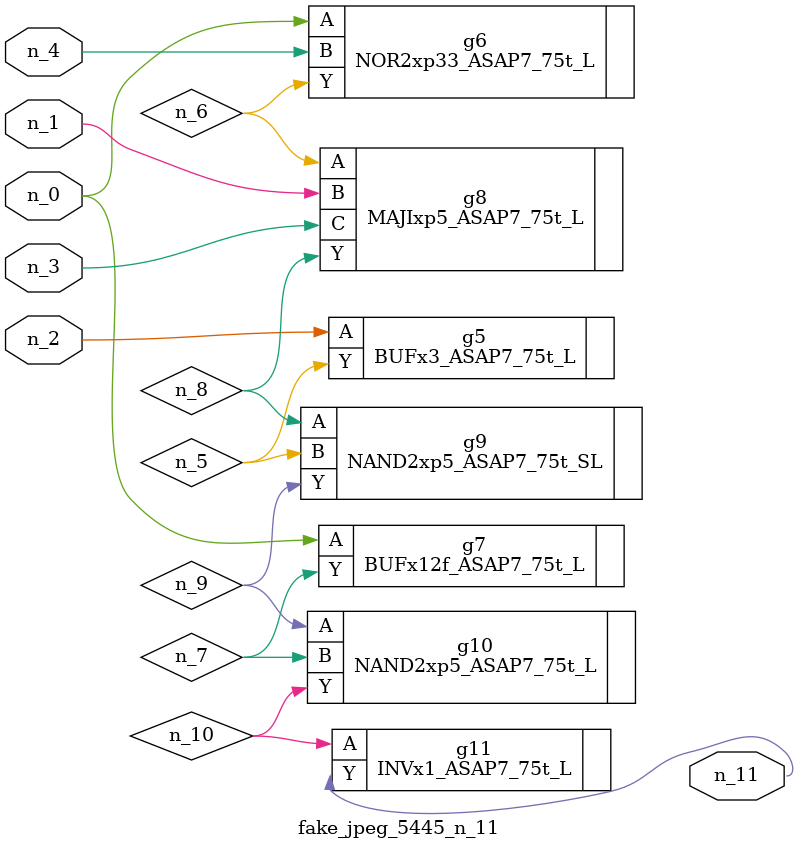
<source format=v>
module fake_jpeg_5445_n_11 (n_3, n_2, n_1, n_0, n_4, n_11);

input n_3;
input n_2;
input n_1;
input n_0;
input n_4;

output n_11;

wire n_10;
wire n_8;
wire n_9;
wire n_6;
wire n_5;
wire n_7;

BUFx3_ASAP7_75t_L g5 ( 
.A(n_2),
.Y(n_5)
);

NOR2xp33_ASAP7_75t_L g6 ( 
.A(n_0),
.B(n_4),
.Y(n_6)
);

BUFx12f_ASAP7_75t_L g7 ( 
.A(n_0),
.Y(n_7)
);

MAJIxp5_ASAP7_75t_L g8 ( 
.A(n_6),
.B(n_1),
.C(n_3),
.Y(n_8)
);

NAND2xp5_ASAP7_75t_SL g9 ( 
.A(n_8),
.B(n_5),
.Y(n_9)
);

NAND2xp5_ASAP7_75t_L g10 ( 
.A(n_9),
.B(n_7),
.Y(n_10)
);

INVx1_ASAP7_75t_L g11 ( 
.A(n_10),
.Y(n_11)
);


endmodule
</source>
